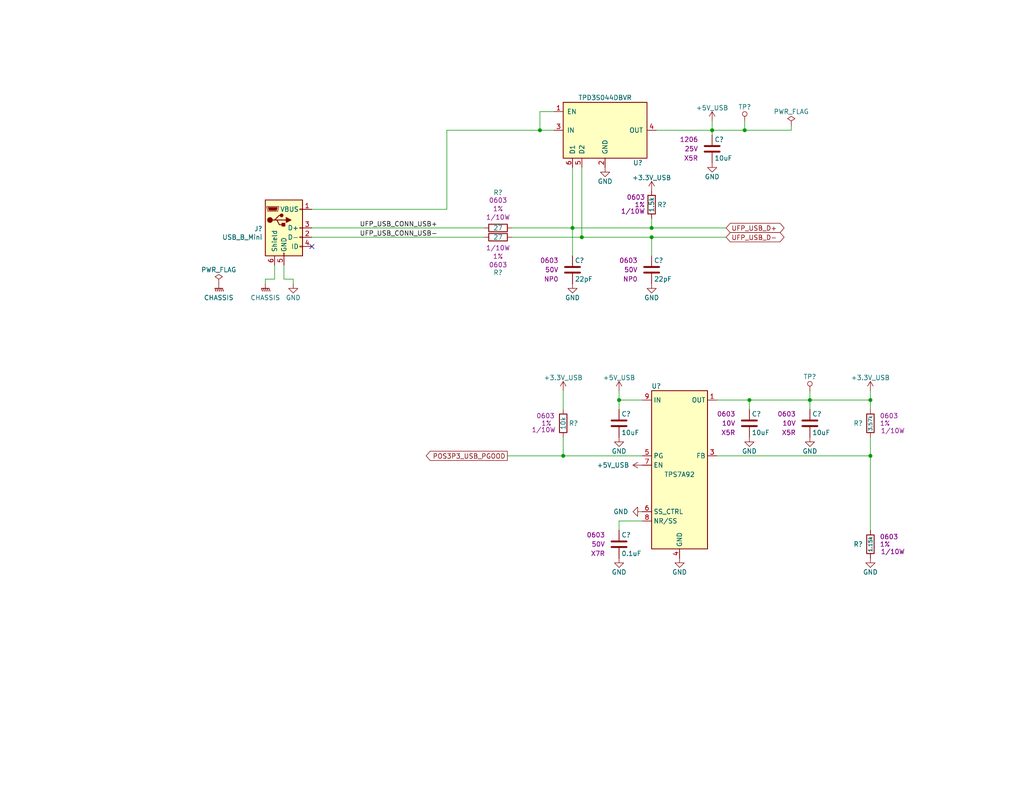
<source format=kicad_sch>
(kicad_sch (version 20230121) (generator eeschema)
  (paper "A")
  (title_block (title "Thermal Camera") (date "2023-12-07") (rev "PRELIM") (company "Drew Maatman and Michael Laffin"))
  (lib_symbols
    (symbol "Connector:USB_B_Mini" (pin_names (offset 1.016))
      (property "Reference" "J" (at -5.08 11.43 0))
      (property "Value" "USB_B_Mini" (at -5.08 8.89 0))
      (symbol "USB_B_Mini_0_1"
        (rectangle (start -5.08 -7.62) (end 5.08 7.62) (stroke (width 0.254)) (fill (type background)))
        (circle (center -3.81 2.159) (radius 0.635) (stroke (width 0.254)) (fill (type outline)))
        (circle (center -0.635 3.429) (radius 0.381) (stroke (width 0.254)) (fill (type outline)))
        (rectangle (start -0.127 -7.62) (end 0.127 -6.858))
        (polyline (pts (xy -1.905 2.159) (xy 0.635 2.159)) (stroke (width 0.254)))
        (polyline (pts (xy -3.175 2.159) (xy -2.54 2.159) (xy -1.27 3.429) (xy -0.635 3.429)) (stroke (width 0.254)))
        (polyline (pts (xy -2.54 2.159) (xy -1.905 2.159) (xy -1.27 0.889) (xy 0 0.889)) (stroke (width 0.254)))
        (polyline (pts (xy 0.635 2.794) (xy 0.635 1.524) (xy 1.905 2.159) (xy 0.635 2.794)) (stroke (width 0.254)) (fill (type outline)))
        (polyline (pts (xy -4.318 5.588) (xy -1.778 5.588) (xy -2.032 4.826) (xy -4.064 4.826) (xy -4.318 5.588)) (fill (type outline)))
        (polyline (pts (xy -4.699 5.842) (xy -4.699 5.588) (xy -4.445 4.826) (xy -4.445 4.572) (xy -1.651 4.572) (xy -1.651 4.826) (xy -1.397 5.588) (xy -1.397 5.842) (xy -4.699 5.842)))
        (rectangle (start 0.254 1.27) (end -0.508 0.508) (stroke (width 0.254)) (fill (type outline)))
        (rectangle (start 5.08 -5.207) (end 4.318 -4.953))
        (rectangle (start 5.08 -2.667) (end 4.318 -2.413))
        (rectangle (start 5.08 -0.127) (end 4.318 0.127))
        (rectangle (start 5.08 4.953) (end 4.318 5.207))
      )
      (symbol "USB_B_Mini_1_1"
        (pin power_out line (at 7.62 5.08 180) (length 2.54) (name "VBUS") (number "1"))
        (pin bidirectional line (at 7.62 -2.54 180) (length 2.54) (name "D-") (number "2"))
        (pin bidirectional line (at 7.62 0 180) (length 2.54) (name "D+") (number "3"))
        (pin passive line (at 7.62 -5.08 180) (length 2.54) (name "ID") (number "4"))
        (pin power_out line (at 0 -10.16 90) (length 2.54) (name "GND") (number "5"))
        (pin passive line (at -2.54 -10.16 90) (length 2.54) (name "Shield") (number "6"))
      )
    )
    (symbol "Custom Library:+3.3V_USB" (power) (pin_names (offset 0))
      (property "Value" "+3.3V_USB" (at 0 3.556 0))
      (symbol "+3.3V_USB_0_1"
        (polyline (pts (xy -0.762 1.27) (xy 0 2.54)))
        (polyline (pts (xy 0 0) (xy 0 2.54)))
        (polyline (pts (xy 0 2.54) (xy 0.762 1.27)))
      )
      (symbol "+3.3V_USB_1_1"
        (pin power_in line (at 0 0 90) (length 0) hide (name "+3.3V_USB") (number "1"))
      )
    )
    (symbol "Custom Library:CHASSIS" (power) (pin_names (offset 0))
      (property "Value" "CHASSIS" (at 0 -3.81 0))
      (symbol "CHASSIS_0_1"
        (polyline (pts (xy 0 -1.27) (xy 0 0)))
        (polyline (pts (xy -1.016 -1.27) (xy -1.27 -2.032) (xy -1.27 -2.032)) (stroke (width 0.2032)))
        (polyline (pts (xy -0.508 -1.27) (xy -0.762 -2.032) (xy -0.762 -2.032)) (stroke (width 0.2032)))
        (polyline (pts (xy 0 -1.27) (xy -0.254 -2.032) (xy -0.254 -2.032)) (stroke (width 0.2032)))
        (polyline (pts (xy 0.508 -1.27) (xy 0.254 -2.032) (xy 0.254 -2.032)) (stroke (width 0.2032)))
        (polyline (pts (xy 1.016 -1.27) (xy -1.016 -1.27) (xy -1.016 -1.27)) (stroke (width 0.2032)))
        (polyline (pts (xy 1.016 -1.27) (xy 0.762 -2.032) (xy 0.762 -2.032) (xy 0.762 -2.032)) (stroke (width 0.2032)))
      )
      (symbol "CHASSIS_1_1"
        (pin power_in line (at 0 0 270) (length 0) hide (name "CHASSIS") (number "1"))
      )
    )
    (symbol "Custom_Library:+5V_USB" (power) (pin_names (offset 0))
      (property "Value" "Custom_Library_+5V_USB" (at 0 3.556 0))
      (symbol "+5V_USB_0_1"
        (polyline (pts (xy -0.762 1.27) (xy 0 2.54)))
        (polyline (pts (xy 0 0) (xy 0 2.54)))
        (polyline (pts (xy 0 2.54) (xy 0.762 1.27)))
      )
      (symbol "+5V_USB_1_1"
        (pin power_in line (at 0 0 90) (length 0) hide (name "+5V_USB") (number "1"))
      )
    )
    (symbol "Custom_Library:C_Custom" (pin_numbers hide) (pin_names (offset 0.254))
      (property "Reference" "C" (at 0.635 2.54 0))
      (property "Value" "Custom_Library_C_Custom" (at 0.635 -2.54 0))
      (property "display_footprint" "Foot" (at -3.81 2.54 0))
      (property "Voltage" "V" (at -3.81 0 0))
      (property "Dielectric" "Er" (at -3.81 -2.54 0))
      (symbol "C_Custom_0_1"
        (polyline (pts (xy -2.032 -0.762) (xy 2.032 -0.762)) (stroke (width 0.508)))
        (polyline (pts (xy -2.032 0.762) (xy 2.032 0.762)) (stroke (width 0.508)))
      )
      (symbol "C_Custom_1_1"
        (pin passive line (at 0 3.81 270) (length 2.794) (name "~") (number "1"))
        (pin passive line (at 0 -3.81 90) (length 2.794) (name "~") (number "2"))
      )
    )
    (symbol "Custom_Library:R_Custom" (pin_numbers hide) (pin_names (offset 1.016) hide)
      (property "Reference" "R" (at -2.54 0 90))
      (property "Value" "Custom_Library_R_Custom" (at 0 0 90))
      (property "display_footprint" "Foot" (at 2.54 0 90))
      (property "Tolerance" "Tol" (at 5.08 0 90))
      (property "Wattage" "W" (at 7.62 0 90))
      (symbol "R_Custom_0_1"
        (rectangle (start 1.016 2.54) (end -1.016 -2.54) (stroke (width 0.254)))
      )
      (symbol "R_Custom_1_1"
        (pin passive line (at 0 3.81 270) (length 1.27) (name "1") (number "1"))
        (pin passive line (at 0 -3.81 90) (length 1.27) (name "2") (number "2"))
      )
    )
    (symbol "Custom_Library:TP" (pin_numbers hide) (pin_names (offset 0) hide)
      (property "Reference" "TP" (at 0 3.81 0))
      (symbol "TP_0_1"
        (polyline (pts (xy 0 0) (xy 0 1.27)))
        (circle (center 0 1.905) (radius 0.635))
      )
      (symbol "TP_1_1"
        (pin passive line (at 0 0 90) (length 0) (name "TP") (number "1"))
      )
    )
    (symbol "Custom_Library:TPD3S014DBVR" (pin_names (offset 1.016))
      (property "Reference" "U" (at 7.62 -8.89 0))
      (property "Value" "TPD3S014DBVR" (at 0 8.89 0))
      (symbol "TPD3S014DBVR_0_1"
        (rectangle (start -11.43 7.62) (end 11.43 -7.62) (stroke (width 0.254)) (fill (type background)))
      )
      (symbol "TPD3S014DBVR_1_1"
        (pin input line (at -13.97 5.08 0) (length 2.54) (name "EN") (number "1"))
        (pin power_in line (at 0 -10.16 90) (length 2.54) (name "GND") (number "2"))
        (pin power_in line (at -13.97 0 0) (length 2.54) (name "IN") (number "3"))
        (pin passive line (at 13.97 0 180) (length 2.54) (name "OUT") (number "4"))
        (pin passive line (at -6.35 -10.16 90) (length 2.54) (name "D2") (number "5"))
        (pin passive line (at -8.89 -10.16 90) (length 2.54) (name "D1") (number "6"))
      )
    )
    (symbol "Custom_Library:TPS7A91"
      (property "Reference" "U" (at -6.35 22.86 0))
      (property "Value" "TPS7A91" (at 0 -1.27 0))
      (symbol "TPS7A91_0_1"
        (rectangle (start -7.62 21.59) (end 7.62 -21.59) (stroke (width 0.254)) (fill (type background)))
      )
      (symbol "TPS7A91_1_1"
        (pin power_out line (at 10.16 19.05 180) (length 2.54) (name "OUT") (number "1"))
        (pin passive line (at -10.16 19.05 0) (length 2.54) hide (name "IN") (number "10"))
        (pin passive line (at 0 -24.13 90) (length 2.54) hide (name "GND") (number "11"))
        (pin passive line (at 10.16 19.05 180) (length 2.54) hide (name "OUT") (number "2"))
        (pin input line (at 10.16 3.81 180) (length 2.54) (name "FB") (number "3"))
        (pin power_in line (at 0 -24.13 90) (length 2.54) (name "GND") (number "4"))
        (pin open_collector line (at -10.16 3.81 0) (length 2.54) (name "PG") (number "5"))
        (pin input line (at -10.16 -11.43 0) (length 2.54) (name "SS_CTRL") (number "6"))
        (pin input line (at -10.16 1.27 0) (length 2.54) (name "EN") (number "7"))
        (pin passive line (at -10.16 -13.97 0) (length 2.54) (name "NR/SS") (number "8"))
        (pin power_in line (at -10.16 19.05 0) (length 2.54) (name "IN") (number "9"))
      )
    )
    (symbol "power:GND" (power) (pin_names (offset 0))
      (property "Value" "GND" (at 0 -3.81 0))
      (symbol "GND_0_1"
        (polyline (pts (xy 0 0) (xy 0 -1.27) (xy 1.27 -1.27) (xy 0 -2.54) (xy -1.27 -1.27) (xy 0 -1.27)))
      )
      (symbol "GND_1_1"
        (pin power_in line (at 0 0 270) (length 0) hide (name "GND") (number "1"))
      )
    )
    (symbol "power:PWR_FLAG" (power) (pin_numbers hide) (pin_names (offset 0) hide)
      (property "Value" "PWR_FLAG" (at 0 3.81 0))
      (symbol "PWR_FLAG_0_0"
        (pin power_out line (at 0 0 90) (length 0) (name "pwr") (number "1"))
      )
      (symbol "PWR_FLAG_0_1"
        (polyline (pts (xy 0 0) (xy 0 1.27) (xy -1.016 1.905) (xy 0 2.54) (xy 1.016 1.905) (xy 0 1.27)))
      )
    )
  )
  (junction (at 237.49 124.46))
  (junction (at 203.2 35.56))
  (junction (at 177.8 62.23))
  (junction (at 153.67 124.46))
  (junction (at 156.21 62.23))
  (junction (at 168.91 109.22))
  (junction (at 204.47 109.22))
  (junction (at 158.75 64.77))
  (junction (at 147.32 35.56))
  (junction (at 220.98 109.22))
  (junction (at 237.49 109.22))
  (junction (at 177.8 64.77))
  (junction (at 194.31 35.56))
  (no_connect (at 85.09 67.31))
  (wire (pts (xy 198.12 64.77) (xy 177.8 64.77)))
  (wire (pts (xy 153.67 124.46) (xy 153.67 119.38)))
  (wire (pts (xy 168.91 109.22) (xy 168.91 111.76)))
  (wire (pts (xy 121.92 35.56) (xy 147.32 35.56)))
  (wire (pts (xy 156.21 45.72) (xy 156.21 62.23)))
  (wire (pts (xy 194.31 35.56) (xy 179.07 35.56)))
  (wire (pts (xy 220.98 109.22) (xy 237.49 109.22)))
  (wire (pts (xy 156.21 62.23) (xy 177.8 62.23)))
  (wire (pts (xy 175.26 142.24) (xy 168.91 142.24)))
  (wire (pts (xy 198.12 62.23) (xy 177.8 62.23)))
  (wire (pts (xy 138.43 124.46) (xy 153.67 124.46)))
  (wire (pts (xy 204.47 111.76) (xy 204.47 109.22)))
  (wire (pts (xy 175.26 124.46) (xy 153.67 124.46)))
  (wire (pts (xy 237.49 124.46) (xy 237.49 144.78)))
  (wire (pts (xy 168.91 109.22) (xy 175.26 109.22)))
  (wire (pts (xy 158.75 64.77) (xy 139.7 64.77)))
  (wire (pts (xy 177.8 64.77) (xy 158.75 64.77)))
  (wire (pts (xy 194.31 35.56) (xy 194.31 36.83)))
  (wire (pts (xy 204.47 109.22) (xy 220.98 109.22)))
  (wire (pts (xy 80.01 76.2) (xy 77.47 76.2)))
  (wire (pts (xy 158.75 45.72) (xy 158.75 64.77)))
  (wire (pts (xy 153.67 106.68) (xy 153.67 111.76)))
  (wire (pts (xy 237.49 119.38) (xy 237.49 124.46)))
  (wire (pts (xy 147.32 30.48) (xy 147.32 35.56)))
  (wire (pts (xy 220.98 106.68) (xy 220.98 109.22)))
  (wire (pts (xy 168.91 106.68) (xy 168.91 109.22)))
  (wire (pts (xy 74.93 72.39) (xy 74.93 76.2)))
  (wire (pts (xy 215.9 35.56) (xy 203.2 35.56)))
  (wire (pts (xy 72.39 77.47) (xy 72.39 76.2)))
  (wire (pts (xy 237.49 106.68) (xy 237.49 109.22)))
  (wire (pts (xy 151.13 35.56) (xy 147.32 35.56)))
  (wire (pts (xy 85.09 64.77) (xy 132.08 64.77)))
  (wire (pts (xy 85.09 57.15) (xy 121.92 57.15)))
  (wire (pts (xy 203.2 35.56) (xy 194.31 35.56)))
  (wire (pts (xy 237.49 124.46) (xy 195.58 124.46)))
  (wire (pts (xy 237.49 111.76) (xy 237.49 109.22)))
  (wire (pts (xy 220.98 109.22) (xy 220.98 111.76)))
  (wire (pts (xy 77.47 76.2) (xy 77.47 72.39)))
  (wire (pts (xy 177.8 59.69) (xy 177.8 62.23)))
  (wire (pts (xy 168.91 142.24) (xy 168.91 144.78)))
  (wire (pts (xy 203.2 33.02) (xy 203.2 35.56)))
  (wire (pts (xy 85.09 62.23) (xy 132.08 62.23)))
  (wire (pts (xy 121.92 35.56) (xy 121.92 57.15)))
  (wire (pts (xy 72.39 76.2) (xy 74.93 76.2)))
  (wire (pts (xy 156.21 62.23) (xy 139.7 62.23)))
  (wire (pts (xy 151.13 30.48) (xy 147.32 30.48)))
  (wire (pts (xy 204.47 109.22) (xy 195.58 109.22)))
  (wire (pts (xy 215.9 34.29) (xy 215.9 35.56)))
  (wire (pts (xy 156.21 62.23) (xy 156.21 69.85)))
  (wire (pts (xy 177.8 64.77) (xy 177.8 69.85)))
  (wire (pts (xy 194.31 33.02) (xy 194.31 35.56)))
  (wire (pts (xy 80.01 77.47) (xy 80.01 76.2)))
  (label "UFP_USB_CONN_USB+" (at 119.38 62.23 180))
  (label "UFP_USB_CONN_USB-" (at 119.38 64.77 180))
  (global_label "UFP_USB_D+" (shape bidirectional) (at 198.12 62.23 0) (property "Intersheetrefs" "${INTERSHEET_REFS}" (effects hide)))
  (global_label "UFP_USB_D-" (shape bidirectional) (at 198.12 64.77 0) (property "Intersheetrefs" "${INTERSHEET_REFS}" (effects hide)))
  (global_label "POS3P3_USB_PGOOD" (shape output) (at 138.43 124.46 180) (property "Intersheetrefs" "${INTERSHEET_REFS}" (effects hide)))
  (symbol (lib_id "power:GND") (at 177.8 77.47 0) (mirror y) (unit 1)
    (property "Reference" "#PWR0176" (effects hide))
    (property "Value" "GND" (at 177.8 81.28 0))
    (instances (project "Thermal_Camera" (path "" (reference "#PWR0176") (unit 1))) (project "Analog_Clock" (path "" (reference "#PWR?") (unit 1))) (project "USB_Hub" (path "" (reference "#PWR01406") (unit 1))))
  )
  (symbol (lib_id "power:GND") (at 156.21 77.47 0) (mirror y) (unit 1)
    (property "Reference" "#PWR0174" (effects hide))
    (property "Value" "GND" (at 156.21 81.28 0))
    (instances (project "Thermal_Camera" (path "" (reference "#PWR0174") (unit 1))) (project "Analog_Clock" (path "" (reference "#PWR?") (unit 1))) (project "USB_Hub" (path "" (reference "#PWR01404") (unit 1))))
  )
  (symbol (lib_id "Custom_Library:TP") (at 220.98 106.68 0) (unit 1)
    (property "Reference" "TP?" (at 220.98 102.87 0))
    (property "Value" "TP" (effects hide))
    (property "Footprint" "Custom Footprints Library:Test_Point" (effects hide))
    (instances (project "Thermal_Camera" (path "" (reference "TP?") (unit 1)) (path "" (reference "TP?") (unit 1))) (project "USB_Hub" (path "" (reference "TP401") (unit 1))) (project "Pulse_Oximeter" (path "" (reference "TP?") (unit 1)) (path "" (reference "TP?") (unit 1)) (path "" (reference "TP?") (unit 1)) (path "" (reference "TP?") (unit 1)) (path "" (reference "TP?") (unit 1)) (path "" (reference "TP?") (unit 1)) (path "" (reference "TP?") (unit 1))))
  )
  (symbol (lib_id "Custom Library:CHASSIS") (at 72.39 77.47 0) (mirror y) (unit 1)
    (property "Reference" "#PWR0172" (effects hide))
    (property "Value" "CHASSIS" (at 72.39 81.28 0))
    (instances (project "Thermal_Camera" (path "" (reference "#PWR0172") (unit 1))) (project "USB_Hub" (path "" (reference "#PWR?") (unit 1)) (path "" (reference "#PWR?") (unit 1)) (path "" (reference "#PWR01402") (unit 1))))
  )
  (symbol (lib_id "power:GND") (at 220.98 119.38 0) (unit 1)
    (property "Reference" "#PWR01024" (effects hide))
    (property "Value" "GND" (at 220.98 123.19 0))
    (instances (project "Thermal_Camera" (path "" (reference "#PWR01024") (unit 1)) (path "" (reference "#PWR0180") (unit 1))) (project "USB_Hub" (path "" (reference "#PWR0408") (unit 1))) (project "Pulse_Oximeter" (path "" (reference "#PWR?") (unit 1))))
  )
  (symbol (lib_id "power:GND") (at 185.42 152.4 0) (unit 1)
    (property "Reference" "#PWR01022" (effects hide))
    (property "Value" "GND" (at 185.42 156.21 0))
    (instances (project "Thermal_Camera" (path "" (reference "#PWR01022") (unit 1)) (path "" (reference "#PWR0164") (unit 1))) (project "USB_Hub" (path "" (reference "#PWR0406") (unit 1))) (project "Pulse_Oximeter" (path "" (reference "#PWR?") (unit 1))))
  )
  (symbol (lib_id "power:GND") (at 204.47 119.38 0) (unit 1)
    (property "Reference" "#PWR01023" (effects hide))
    (property "Value" "GND" (at 204.47 123.19 0))
    (instances (project "Thermal_Camera" (path "" (reference "#PWR01023") (unit 1)) (path "" (reference "#PWR0179") (unit 1))) (project "USB_Hub" (path "" (reference "#PWR0407") (unit 1))) (project "Pulse_Oximeter" (path "" (reference "#PWR?") (unit 1))))
  )
  (symbol (lib_id "Custom_Library:R_Custom") (at 177.8 55.88 0) (mirror y) (unit 1)
    (property "Reference" "R?" (at 179.324 55.88 0) (effects (justify right)))
    (property "Value" "1.5k" (at 177.8 55.88 90))
    (property "Footprint" "Resistors_SMD:R_0603" (effects hide))
    (property "display_footprint" "0603" (at 176.022 53.848 0) (effects (justify left)))
    (property "Tolerance" "1%" (at 176.022 55.88 0) (effects (justify left)))
    (property "Wattage" "1/10W" (at 176.022 57.658 0) (effects (justify left)))
    (instances (project "Thermal_Camera" (path "" (reference "R?") (unit 1)) (path "" (reference "R?") (unit 1))) (project "LED_Panel_Controller" (path "" (reference "R?") (unit 1)) (path "" (reference "R?") (unit 1)) (path "" (reference "R?") (unit 1)) (path "" (reference "R?") (unit 1)) (path "" (reference "R?") (unit 1)) (path "" (reference "R?") (unit 1)) (path "" (reference "R?") (unit 1)) (path "" (reference "R?") (unit 1)) (path "" (reference "R?") (unit 1)) (path "" (reference "R?") (unit 1)) (path "" (reference "R?") (unit 1))) (project "USB_Hub" (path "" (reference "R905") (unit 1))))
  )
  (symbol (lib_id "Custom Library:CHASSIS") (at 59.69 77.47 0) (mirror y) (unit 1)
    (property "Reference" "#PWR0171" (effects hide))
    (property "Value" "CHASSIS" (at 59.69 81.28 0))
    (instances (project "Thermal_Camera" (path "" (reference "#PWR0171") (unit 1))) (project "USB_Hub" (path "" (reference "#PWR?") (unit 1)) (path "" (reference "#PWR?") (unit 1)) (path "" (reference "#PWR01401") (unit 1))))
  )
  (symbol (lib_id "Custom_Library:+5V_USB") (at 175.26 127 90) (unit 1)
    (property "Reference" "#PWR?" (effects hide))
    (property "Value" "+5V_USB" (at 171.704 127 90) (effects (justify left)))
    (instances (project "Analog_Clock" (path "" (reference "#PWR?") (unit 1))) (project "Nixie_Clock_Core" (path "" (reference "#PWR01328") (unit 1))) (project "Thermal_Camera" (path "" (reference "#PWR01602") (unit 1)) (path "" (reference "#PWR02604") (unit 1))))
  )
  (symbol (lib_id "power:GND") (at 237.49 152.4 0) (unit 1)
    (property "Reference" "#PWR01026" (effects hide))
    (property "Value" "GND" (at 237.49 156.21 0))
    (instances (project "Thermal_Camera" (path "" (reference "#PWR01026") (unit 1)) (path "" (reference "#PWR0182") (unit 1))) (project "USB_Hub" (path "" (reference "#PWR0410") (unit 1))) (project "Pulse_Oximeter" (path "" (reference "#PWR?") (unit 1))))
  )
  (symbol (lib_id "Custom_Library:R_Custom") (at 237.49 115.57 0) (unit 1)
    (property "Reference" "R?" (at 235.458 115.57 0) (effects (justify right)))
    (property "Value" "3.57k" (at 237.49 115.57 90) (effects (font (size 1.016 1.016))))
    (property "Footprint" "Resistors_SMD:R_0603" (effects hide))
    (property "display_footprint" "0603" (at 240.03 113.538 0) (effects (justify left)))
    (property "Tolerance" "1%" (at 240.03 115.57 0) (effects (justify left)))
    (property "Wattage" "1/10W" (at 240.284 117.602 0) (effects (justify left)))
    (instances (project "Thermal_Camera" (path "" (reference "R?") (unit 1)) (path "" (reference "R?") (unit 1))) (project "USB_Hub" (path "" (reference "R403") (unit 1))) (project "Pulse_Oximeter" (path "" (reference "R?") (unit 1)) (path "" (reference "R?") (unit 1)) (path "" (reference "R?") (unit 1)) (path "" (reference "R?") (unit 1)) (path "" (reference "R?") (unit 1)) (path "" (reference "R?") (unit 1)) (path "" (reference "R?") (unit 1)) (path "" (reference "R?") (unit 1)) (path "" (reference "R?") (unit 1)) (path "" (reference "R?") (unit 1)) (path "" (reference "R?") (unit 1)) (path "" (reference "R?") (unit 1))))
  )
  (symbol (lib_id "Custom_Library:C_Custom") (at 168.91 115.57 0) (unit 1)
    (property "Reference" "C?" (at 169.545 113.03 0) (effects (justify left)))
    (property "Value" "10uF" (at 169.545 118.11 0) (effects (justify left)))
    (property "Footprint" "Capacitors_SMD:C_0603" (effects hide))
    (property "display_footprint" "0603" (effects hide))
    (property "Voltage" "10V" (effects hide))
    (property "Dielectric" "X5R" (effects hide))
    (property "Digi-Key PN" "399-8153-1-ND" (effects hide))
    (instances (project "Thermal_Camera" (path "" (reference "C?") (unit 1)) (path "" (reference "C?") (unit 1))) (project "USB_Hub" (path "" (reference "C401") (unit 1))) (project "Pulse_Oximeter" (path "" (reference "C?") (unit 1)) (path "" (reference "C?") (unit 1)) (path "" (reference "C?") (unit 1)) (path "" (reference "C?") (unit 1)) (path "" (reference "C?") (unit 1)) (path "" (reference "C?") (unit 1)) (path "" (reference "C?") (unit 1)) (path "" (reference "C?") (unit 1))))
  )
  (symbol (lib_id "power:PWR_FLAG") (at 215.9 34.29 0) (unit 1)
    (property "Reference" "#FLG05" (effects hide))
    (property "Value" "PWR_FLAG" (at 215.9 30.48 0))
    (instances (project "Thermal_Camera" (path "" (reference "#FLG05") (unit 1))) (project "USB_Hub" (path "" (reference "#FLG?") (unit 1)) (path "" (reference "#FLG01402") (unit 1))))
  )
  (symbol (lib_id "Custom_Library:R_Custom") (at 135.89 62.23 90) (unit 1)
    (property "Reference" "R?" (at 135.89 52.578 90))
    (property "Value" "27" (at 135.89 62.23 90))
    (property "Footprint" "Resistors_SMD:R_0603" (effects hide))
    (property "display_footprint" "0603" (at 135.89 54.6862 90))
    (property "Tolerance" "1%" (at 135.89 56.9976 90))
    (property "Wattage" "1/10W" (at 135.89 59.309 90))
    (property "Digi-Key PN" "541-27.0HCT-ND" (effects hide))
    (instances (project "Thermal_Camera" (path "" (reference "R?") (unit 1))) (project "Analog_Clock" (path "" (reference "R?") (unit 1))) (project "USB_Hub" (path "" (reference "R1401") (unit 1))))
  )
  (symbol (lib_id "power:GND") (at 80.01 77.47 0) (mirror y) (unit 1)
    (property "Reference" "#PWR0173" (effects hide))
    (property "Value" "GND" (at 80.01 81.28 0))
    (instances (project "Thermal_Camera" (path "" (reference "#PWR0173") (unit 1))) (project "USB_Hub" (path "" (reference "#PWR?") (unit 1)) (path "" (reference "#PWR?") (unit 1)) (path "" (reference "#PWR?") (unit 1)) (path "" (reference "#PWR01403") (unit 1))))
  )
  (symbol (lib_id "Custom_Library:TPD3S014DBVR") (at 165.1 35.56 0) (unit 1)
    (property "Reference" "U?" (at 172.72 44.45 0) (effects (justify left)))
    (property "Value" "TPD3S044DBVR" (at 165.1 26.67 0))
    (property "Footprint" "TO_SOT_Packages_SMD:SOT-23-6" (effects hide))
    (property "Datasheet" "http://www.ti.com/lit/ds/symlink/tpd3s014.pdf" (effects hide))
    (property "Digi-Key PN" "296-38836-1-ND" (effects hide))
    (instances (project "Thermal_Camera" (path "" (reference "U?") (unit 1))) (project "Analog_Clock" (path "" (reference "U?") (unit 1))) (project "USB_Hub" (path "" (reference "U1401") (unit 1))))
  )
  (symbol (lib_id "Custom_Library:R_Custom") (at 135.89 64.77 90) (mirror x) (unit 1)
    (property "Reference" "R?" (at 135.89 74.422 90))
    (property "Value" "27" (at 135.89 64.77 90))
    (property "Footprint" "Resistors_SMD:R_0603" (effects hide))
    (property "display_footprint" "0603" (at 135.89 72.3138 90))
    (property "Tolerance" "1%" (at 135.89 70.0024 90))
    (property "Wattage" "1/10W" (at 135.89 67.691 90))
    (property "Digi-Key PN" "541-27.0HCT-ND" (effects hide))
    (instances (project "Thermal_Camera" (path "" (reference "R?") (unit 1))) (project "Analog_Clock" (path "" (reference "R?") (unit 1))) (project "USB_Hub" (path "" (reference "R1402") (unit 1))))
  )
  (symbol (lib_id "power:PWR_FLAG") (at 59.69 77.47 0) (unit 1)
    (property "Reference" "#FLG04" (effects hide))
    (property "Value" "PWR_FLAG" (at 59.69 73.66 0))
    (instances (project "Thermal_Camera" (path "" (reference "#FLG04") (unit 1))) (project "USB_Hub" (path "" (reference "#FLG01401") (unit 1))))
  )
  (symbol (lib_id "Custom_Library:C_Custom") (at 204.47 115.57 0) (unit 1)
    (property "Reference" "C?" (at 205.105 113.03 0) (effects (justify left)))
    (property "Value" "10uF" (at 205.105 118.11 0) (effects (justify left)))
    (property "Footprint" "Capacitors_SMD:C_0603" (effects hide))
    (property "display_footprint" "0603" (at 200.66 113.03 0) (effects (justify right)))
    (property "Voltage" "10V" (at 200.66 115.57 0) (effects (justify right)))
    (property "Dielectric" "X5R" (at 200.66 118.11 0) (effects (justify right)))
    (property "Digi-Key PN" "399-8153-1-ND" (effects hide))
    (instances (project "Thermal_Camera" (path "" (reference "C?") (unit 1)) (path "" (reference "C?") (unit 1))) (project "USB_Hub" (path "" (reference "C403") (unit 1))) (project "Pulse_Oximeter" (path "" (reference "C?") (unit 1)) (path "" (reference "C?") (unit 1)) (path "" (reference "C?") (unit 1)) (path "" (reference "C?") (unit 1)) (path "" (reference "C?") (unit 1)) (path "" (reference "C?") (unit 1)) (path "" (reference "C?") (unit 1)) (path "" (reference "C?") (unit 1))))
  )
  (symbol (lib_id "Connector:USB_B_Mini") (at 77.47 62.23 0) (unit 1)
    (property "Reference" "J?" (at 71.6534 62.4586 0) (effects (justify right)))
    (property "Value" "USB_B_Mini" (at 71.6534 64.77 0) (effects (justify right)))
    (property "Footprint" "Connectors:USB_Mini-B" (effects hide))
    (property "Digi-Key PN" "732-2109-1-ND" (effects hide))
    (instances (project "Thermal_Camera" (path "" (reference "J?") (unit 1))) (project "Analog_Clock" (path "" (reference "J?") (unit 1))) (project "USB_Hub" (path "" (reference "J1401") (unit 1))))
  )
  (symbol (lib_id "Custom Library:+3.3V_USB") (at 177.8 52.07 0) (unit 1)
    (property "Reference" "#PWR0159" (effects hide))
    (property "Value" "+3.3V_USB" (at 177.8 48.514 0))
  )
  (symbol (lib_id "power:GND") (at 165.1 45.72 0) (mirror y) (unit 1)
    (property "Reference" "#PWR0175" (effects hide))
    (property "Value" "GND" (at 165.1 49.53 0))
    (instances (project "Thermal_Camera" (path "" (reference "#PWR0175") (unit 1))) (project "Analog_Clock" (path "" (reference "#PWR?") (unit 1))) (project "USB_Hub" (path "" (reference "#PWR01405") (unit 1))))
  )
  (symbol (lib_id "Custom_Library:C_Custom") (at 156.21 73.66 0) (unit 1)
    (property "Reference" "C?" (at 156.845 71.12 0) (effects (justify left)))
    (property "Value" "22pF" (at 156.845 76.2 0) (effects (justify left)))
    (property "Footprint" "Capacitors_SMD:C_0603" (effects hide))
    (property "display_footprint" "0603" (at 152.4 71.12 0) (effects (justify right)))
    (property "Voltage" "50V" (at 152.4 73.66 0) (effects (justify right)))
    (property "Dielectric" "NP0" (at 152.4 76.2 0) (effects (justify right)))
    (property "Digi-Key PN" "1292-1501-1-ND" (effects hide))
    (instances (project "Thermal_Camera" (path "" (reference "C?") (unit 1))) (project "USB_Hub" (path "" (reference "C?") (unit 1)) (path "" (reference "C1401") (unit 1))))
  )
  (symbol (lib_id "power:GND") (at 168.91 119.38 0) (unit 1)
    (property "Reference" "#PWR0804" (effects hide))
    (property "Value" "GND" (at 168.91 123.19 0))
    (instances (project "Thermal_Camera" (path "" (reference "#PWR0804") (unit 1)) (path "" (reference "#PWR0160") (unit 1))) (project "USB_Hub" (path "" (reference "#PWR0403") (unit 1))) (project "Pulse_Oximeter" (path "" (reference "#PWR?") (unit 1))))
  )
  (symbol (lib_id "Custom_Library:TPS7A91") (at 185.42 128.27 0) (unit 1)
    (property "Reference" "U?" (at 179.07 105.41 0))
    (property "Value" "TPS7A92" (at 185.42 129.54 0))
    (property "Footprint" "Package_DFN_QFN:Texas_S-PDSO-N10_EP1.2x2mm" (effects hide))
    (property "Datasheet" "http://www.ti.com/lit/ds/symlink/tps7a91.pdf" (effects hide))
    (property "Digi-Key PN" "TPS7A9201DSKR" (effects hide))
    (instances (project "Thermal_Camera" (path "" (reference "U?") (unit 1)) (path "" (reference "U?") (unit 1))) (project "USB_Hub" (path "" (reference "U401") (unit 1))) (project "Pulse_Oximeter" (path "" (reference "U?") (unit 1))))
  )
  (symbol (lib_id "power:GND") (at 168.91 152.4 0) (unit 1)
    (property "Reference" "#PWR01020" (effects hide))
    (property "Value" "GND" (at 168.91 156.21 0))
    (instances (project "Thermal_Camera" (path "" (reference "#PWR01020") (unit 1)) (path "" (reference "#PWR0162") (unit 1))) (project "USB_Hub" (path "" (reference "#PWR0404") (unit 1))) (project "Pulse_Oximeter" (path "" (reference "#PWR?") (unit 1))))
  )
  (symbol (lib_id "Custom_Library:C_Custom") (at 168.91 148.59 0) (unit 1)
    (property "Reference" "C?" (at 169.545 146.05 0) (effects (justify left)))
    (property "Value" "0.1uF" (at 169.545 151.13 0) (effects (justify left)))
    (property "Footprint" "Capacitors_SMD:C_0603" (effects hide))
    (property "display_footprint" "0603" (at 165.1 146.05 0) (effects (justify right)))
    (property "Voltage" "50V" (at 165.1 148.59 0) (effects (justify right)))
    (property "Dielectric" "X7R" (at 165.1 151.13 0) (effects (justify right)))
    (property "Digi-Key PN" "1276-1935-1-ND" (effects hide))
    (instances (project "Thermal_Camera" (path "" (reference "C?") (unit 1)) (path "" (reference "C?") (unit 1))) (project "USB_Hub" (path "" (reference "C402") (unit 1))) (project "Pulse_Oximeter" (path "" (reference "C?") (unit 1)) (path "" (reference "C?") (unit 1)) (path "" (reference "C?") (unit 1)) (path "" (reference "C?") (unit 1)) (path "" (reference "C?") (unit 1)) (path "" (reference "C?") (unit 1)) (path "" (reference "C?") (unit 1)) (path "" (reference "C?") (unit 1)) (path "" (reference "C?") (unit 1)) (path "" (reference "C?") (unit 1)) (path "" (reference "C?") (unit 1))))
  )
  (symbol (lib_id "power:GND") (at 175.26 139.7 270) (unit 1)
    (property "Reference" "#PWR02605" (effects hide))
    (property "Value" "GND" (at 171.45 139.7 90) (effects (justify right)))
  )
  (symbol (lib_id "Custom_Library:C_Custom") (at 220.98 115.57 0) (unit 1)
    (property "Reference" "C?" (at 221.615 113.03 0) (effects (justify left)))
    (property "Value" "10uF" (at 221.615 118.11 0) (effects (justify left)))
    (property "Footprint" "Capacitors_SMD:C_0603" (effects hide))
    (property "display_footprint" "0603" (at 217.17 113.03 0) (effects (justify right)))
    (property "Voltage" "10V" (at 217.17 115.57 0) (effects (justify right)))
    (property "Dielectric" "X5R" (at 217.17 118.11 0) (effects (justify right)))
    (property "Digi-Key PN" "399-8153-1-ND" (effects hide))
    (instances (project "Thermal_Camera" (path "" (reference "C?") (unit 1)) (path "" (reference "C?") (unit 1))) (project "USB_Hub" (path "" (reference "C404") (unit 1))) (project "Pulse_Oximeter" (path "" (reference "C?") (unit 1)) (path "" (reference "C?") (unit 1)) (path "" (reference "C?") (unit 1)) (path "" (reference "C?") (unit 1)) (path "" (reference "C?") (unit 1)) (path "" (reference "C?") (unit 1)) (path "" (reference "C?") (unit 1)) (path "" (reference "C?") (unit 1))))
  )
  (symbol (lib_id "Custom_Library:+5V_USB") (at 194.31 33.02 0) (unit 1)
    (property "Reference" "#PWR?" (effects hide))
    (property "Value" "+5V_USB" (at 194.31 29.464 0))
    (instances (project "Analog_Clock" (path "" (reference "#PWR?") (unit 1))) (project "Nixie_Clock_Core" (path "" (reference "#PWR01328") (unit 1))) (project "Thermal_Camera" (path "" (reference "#PWR01602") (unit 1)) (path "" (reference "#PWR056") (unit 1))))
  )
  (symbol (lib_id "Custom_Library:TP") (at 203.2 33.02 0) (mirror y) (unit 1)
    (property "Reference" "TP?" (at 203.2 29.21 0))
    (property "Value" "TP" (effects hide))
    (property "Footprint" "Custom Footprints Library:Test_Point" (effects hide))
    (instances (project "Thermal_Camera" (path "" (reference "TP?") (unit 1))) (project "Analog_Clock" (path "" (reference "TP?") (unit 1)) (path "" (reference "TP?") (unit 1)) (path "" (reference "TP?") (unit 1)) (path "" (reference "TP?") (unit 1))) (project "USB_Hub" (path "" (reference "TP1401") (unit 1))))
  )
  (symbol (lib_id "Custom Library:+3.3V_USB") (at 237.49 106.68 0) (unit 1)
    (property "Reference" "#PWR0149" (effects hide))
    (property "Value" "+3.3V_USB" (at 237.49 103.124 0))
  )
  (symbol (lib_id "Custom_Library:R_Custom") (at 237.49 148.59 0) (unit 1)
    (property "Reference" "R?" (at 235.458 148.59 0) (effects (justify right)))
    (property "Value" "1.15k" (at 237.49 148.59 90) (effects (font (size 1.016 1.016))))
    (property "Footprint" "Resistors_SMD:R_0603" (effects hide))
    (property "display_footprint" "0603" (at 240.03 146.558 0) (effects (justify left)))
    (property "Tolerance" "1%" (at 240.03 148.59 0) (effects (justify left)))
    (property "Wattage" "1/10W" (at 240.284 150.622 0) (effects (justify left)))
    (property "Digi-Key PN" "541-1.15KHCT-ND" (effects hide))
    (instances (project "Thermal_Camera" (path "" (reference "R?") (unit 1)) (path "" (reference "R?") (unit 1))) (project "USB_Hub" (path "" (reference "R404") (unit 1))) (project "Pulse_Oximeter" (path "" (reference "R?") (unit 1)) (path "" (reference "R?") (unit 1)) (path "" (reference "R?") (unit 1)) (path "" (reference "R?") (unit 1)) (path "" (reference "R?") (unit 1)) (path "" (reference "R?") (unit 1)) (path "" (reference "R?") (unit 1)) (path "" (reference "R?") (unit 1)) (path "" (reference "R?") (unit 1)) (path "" (reference "R?") (unit 1)) (path "" (reference "R?") (unit 1)) (path "" (reference "R?") (unit 1))))
  )
  (symbol (lib_id "Custom_Library:+5V_USB") (at 168.91 106.68 0) (unit 1)
    (property "Reference" "#PWR?" (effects hide))
    (property "Value" "+5V_USB" (at 168.91 103.124 0))
    (instances (project "Analog_Clock" (path "" (reference "#PWR?") (unit 1))) (project "Nixie_Clock_Core" (path "" (reference "#PWR01328") (unit 1))) (project "Thermal_Camera" (path "" (reference "#PWR01602") (unit 1)) (path "" (reference "#PWR0148") (unit 1))))
  )
  (symbol (lib_id "Custom_Library:C_Custom") (at 177.8 73.66 0) (unit 1)
    (property "Reference" "C?" (at 178.435 71.12 0) (effects (justify left)))
    (property "Value" "22pF" (at 178.435 76.2 0) (effects (justify left)))
    (property "Footprint" "Capacitors_SMD:C_0603" (effects hide))
    (property "display_footprint" "0603" (at 173.99 71.12 0) (effects (justify right)))
    (property "Voltage" "50V" (at 173.99 73.66 0) (effects (justify right)))
    (property "Dielectric" "NP0" (at 173.99 76.2 0) (effects (justify right)))
    (property "Digi-Key PN" "1292-1501-1-ND" (effects hide))
    (instances (project "Thermal_Camera" (path "" (reference "C?") (unit 1))) (project "USB_Hub" (path "" (reference "C?") (unit 1)) (path "" (reference "C1402") (unit 1))))
  )
  (symbol (lib_id "Custom Library:+3.3V_USB") (at 153.67 106.68 0) (unit 1)
    (property "Reference" "#PWR0151" (effects hide))
    (property "Value" "+3.3V_USB" (at 153.67 103.124 0))
  )
  (symbol (lib_id "power:GND") (at 194.31 44.45 0) (mirror y) (unit 1)
    (property "Reference" "#PWR0178" (effects hide))
    (property "Value" "GND" (at 194.31 48.26 0))
    (instances (project "Thermal_Camera" (path "" (reference "#PWR0178") (unit 1))) (project "Analog_Clock" (path "" (reference "#PWR?") (unit 1))) (project "USB_Hub" (path "" (reference "#PWR01408") (unit 1))))
  )
  (symbol (lib_id "Custom_Library:C_Custom") (at 194.31 40.64 0) (unit 1)
    (property "Reference" "C?" (at 194.945 38.1 0) (effects (justify left)))
    (property "Value" "10uF" (at 194.945 43.18 0) (effects (justify left)))
    (property "Footprint" "Capacitors_SMD:C_1206" (effects hide))
    (property "display_footprint" "1206" (at 190.5 38.1 0) (effects (justify right)))
    (property "Voltage" "25V" (at 190.5 40.64 0) (effects (justify right)))
    (property "Dielectric" "X5R" (at 190.5 43.18 0) (effects (justify right)))
    (property "Digi-Key PN" "399-8153-1-ND" (effects hide))
    (instances (project "Thermal_Camera" (path "" (reference "C?") (unit 1)) (path "" (reference "C?") (unit 1)) (path "" (reference "C?") (unit 1)) (path "" (reference "C?") (unit 1))) (project "LED_Panel_Controller" (path "" (reference "C?") (unit 1)) (path "" (reference "C?") (unit 1)) (path "" (reference "C?") (unit 1)) (path "" (reference "C?") (unit 1)) (path "" (reference "C?") (unit 1))) (project "USB_Hub" (path "" (reference "C306") (unit 1))))
  )
  (symbol (lib_id "Custom_Library:R_Custom") (at 153.67 115.57 0) (mirror y) (unit 1)
    (property "Reference" "R?" (at 155.194 115.57 0) (effects (justify right)))
    (property "Value" "10k" (at 153.67 115.57 90))
    (property "Footprint" "Resistors_SMD:R_0603" (effects hide))
    (property "display_footprint" "0603" (at 148.844 113.538 0))
    (property "Tolerance" "1%" (at 149.098 115.57 0))
    (property "Wattage" "1/10W" (at 148.336 117.348 0))
    (property "Digi-Key PN" "541-10.0KHCT-ND" (effects hide))
    (instances (project "Analog_Clock" (path "" (reference "R?") (unit 1)) (path "" (reference "R?") (unit 1)) (path "" (reference "R?") (unit 1)) (path "" (reference "R?") (unit 1)) (path "" (reference "R?") (unit 1)) (path "" (reference "R?") (unit 1)) (path "" (reference "R?") (unit 1)) (path "" (reference "R?") (unit 1))) (project "Nixie_Clock_Core" (path "" (reference "R804") (unit 1))) (project "Thermal_Camera" (path "" (reference "R?") (unit 1)) (path "" (reference "R?") (unit 1)) (path "" (reference "R?") (unit 1))))
  )
)
</source>
